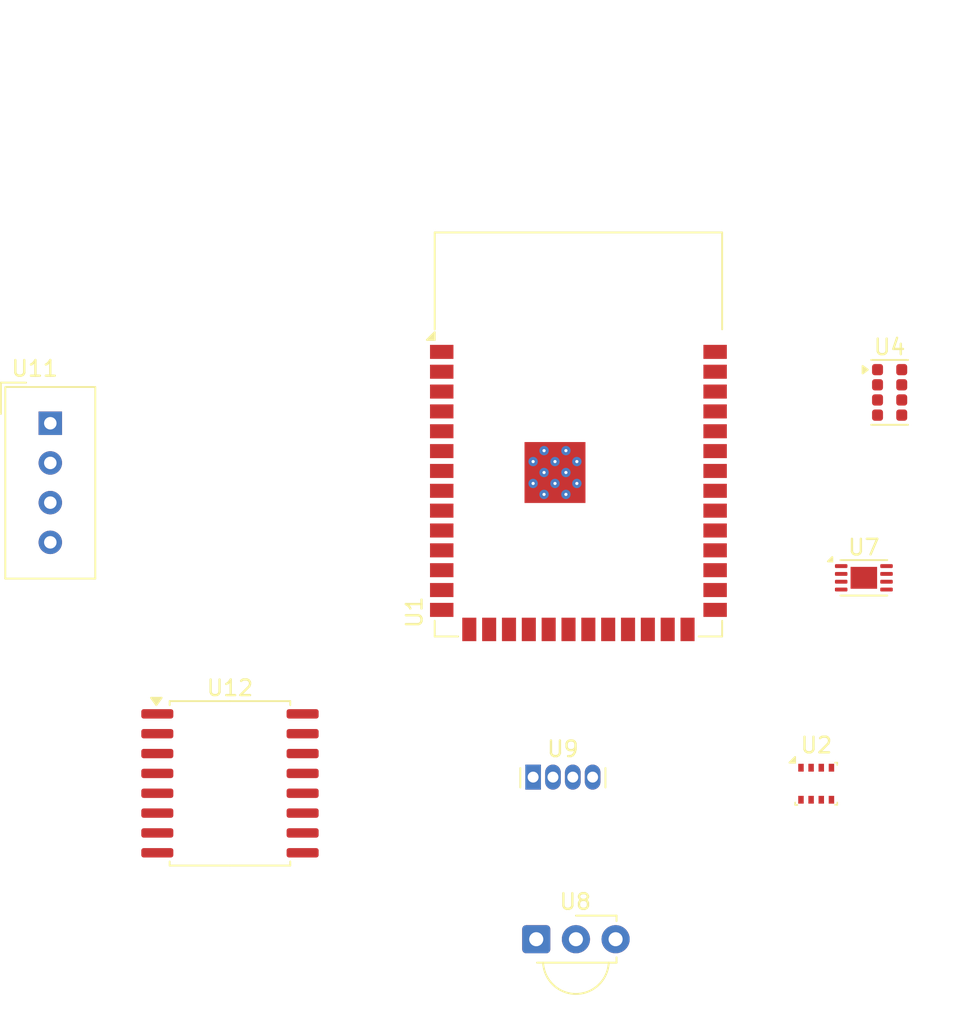
<source format=kicad_pcb>
(kicad_pcb (version 20240108) (generator "pcbnew") (generator_version "8.0")
  (layers (0 "F.Cu" signal) (31 "B.Cu" signal) (34 "B.Paste" user) (35 "F.Paste" user) (36 "B.SilkS" user "B.Silkscreen") (37 "F.SilkS" user "F.Silkscreen") (38 "B.Mask" user) (39 "F.Mask" user) (44 "Edge.Cuts" user))
  (net 0 "")
  (net 2 "Net-(U1-IO10)")
  (net 4 "GND")
  (net 5 "+3V3")
  (net 7 "Net-(U1-IO18)")
  (net 8 "Net-(U1-IO2)")
  (net 9 "Net-(U1-IO5)")
  (net 11 "Net-(U1-IO3)")
  (net 15 "Net-(U1-IO15)")
  (net 18 "Net-(U1-IO12)")
  (net 20 "Net-(U1-IO17)")
  (net 23 "Net-(U1-IO14)")
  (net 24 "Net-(U1-IO4)")
  (net 26 "Net-(U1-IO8)")
  (net 28 "Net-(U1-IO9)")
  (net 29 "Net-(U1-IO16)")
  (net 30 "/SDA")
  (net 32 "Net-(U1-IO11)")
  (net 33 "Net-(U1-IO6)")
  (net 34 "Net-(U1-IO0)")
  (net 36 "Net-(U1-IO1)")
  (net 37 "Net-(U1-IO48)")
  (net 38 "Net-(U1-IO13)")
  (net 39 "+3.3V")
  (footprint "Package_LGA:Bosch_LGA-8_2.5x2.5mm_P0.65mm_ClockwisePinNumbering" (layer "F.Cu") (at 161.025 97.525)
    (property "Reference" "U2" (at 0.015 -2.465 0) (layer "F.SilkS"))
    (property "Value" "BME280")
    (fp_line (start -1.35 1.35) (end -1.35 1.2) (stroke (width 0.1)) (layer "F.SilkS"))
    (fp_line (start -1.35 1.36) (end -1.2 1.36) (stroke (width 0.1)) (layer "F.SilkS"))
    (fp_line (start 1.2 -1.35) (end 1.35 -1.35) (stroke (width 0.1)) (layer "F.SilkS"))
    (fp_line (start 1.35 -1.35) (end 1.35 -1.2) (stroke (width 0.1)) (layer "F.SilkS"))
    (fp_line (start 1.35 1.35) (end 1.2 1.35) (stroke (width 0.1)) (layer "F.SilkS"))
    (fp_line (start 1.35 1.35) (end 1.35 1.2) (stroke (width 0.1)) (layer "F.SilkS"))
    (fp_poly (pts (xy -1.35 -1.35) (xy -1.71 -1.35) (xy -1.35 -1.71) (xy -1.35 -1.35)) (stroke (width 0.12)) (fill solid) (layer "F.SilkS"))
    (pad "1" smd rect (at -0.975 -1.025 90) (size 0.5 0.35) (layers "F.Cu" "F.Paste" "F.Mask") (net 4 "GND"))
    (pad "2" smd rect (at -0.325 -1.025 90) (size 0.5 0.35) (layers "F.Cu" "F.Paste" "F.Mask") (net 39 "+3.3V"))
    (pad "3" smd rect (at 0.325 -1.025 90) (size 0.5 0.35) (layers "F.Cu" "F.Paste" "F.Mask") (net 26 "Net-(U1-IO8)"))
    (pad "4" smd rect (at 0.975 -1.025 90) (size 0.5 0.35) (layers "F.Cu" "F.Paste" "F.Mask") (net 28 "Net-(U1-IO9)"))
    (pad "5" smd rect (at 0.975 1.025 90) (size 0.5 0.35) (layers "F.Cu" "F.Paste" "F.Mask") (net 4 "GND"))
    (pad "6" smd rect (at 0.325 1.025 90) (size 0.5 0.35) (layers "F.Cu" "F.Paste" "F.Mask"))
    (pad "7" smd rect (at -0.325 1.025 90) (size 0.5 0.35) (layers "F.Cu" "F.Paste" "F.Mask") (net 4 "GND"))
    (pad "8" smd rect (at -0.975 1.025 90) (size 0.5 0.35) (layers "F.Cu" "F.Paste" "F.Mask") (net 39 "+3.3V"))
  )
  (footprint "Package_DFN_QFN:DFN-8-1EP_3x2mm_P0.5mm_EP1.7x1.4mm" (layer "F.Cu") (at 164.075 84.35)
    (property "Reference" "U7" (at 0 -1.95 0) (layer "F.SilkS"))
    (property "Value" "MCP73831-2-MC")
    (fp_line (start -1.5 -1.135) (end 1.5 -1.135) (stroke (width 0.12)) (layer "F.SilkS"))
    (fp_line (start -1.5 1.135) (end 1.5 1.135) (stroke (width 0.12)) (layer "F.SilkS"))
    (fp_poly (pts (xy -2.02 -1.05) (xy -2.3 -1.05) (xy -2.02 -1.33) (xy -2.02 -1.05)) (stroke (width 0.12)) (fill solid) (layer "F.SilkS"))
    (pad "1" smd roundrect (at -1.45 -0.75) (size 0.8 0.25) (layers "F.Cu" "F.Paste" "F.Mask") (net 5 "+3V3"))
    (pad "2" smd roundrect (at -1.45 -0.25) (size 0.8 0.25) (layers "F.Cu" "F.Paste" "F.Mask") (net 5 "+3V3"))
    (pad "3" smd roundrect (at -1.45 0.25) (size 0.8 0.25) (layers "F.Cu" "F.Paste" "F.Mask"))
    (pad "4" smd roundrect (at -1.45 0.75) (size 0.8 0.25) (layers "F.Cu" "F.Paste" "F.Mask"))
    (pad "5" smd roundrect (at 1.45 0.75) (size 0.8 0.25) (layers "F.Cu" "F.Paste" "F.Mask") (net 4 "GND"))
    (pad "6" smd roundrect (at 1.45 0.25) (size 0.8 0.25) (layers "F.Cu" "F.Paste" "F.Mask") (net 4 "GND"))
    (pad "7" smd roundrect (at 1.45 -0.25) (size 0.8 0.25) (layers "F.Cu" "F.Paste" "F.Mask"))
    (pad "8" smd roundrect (at 1.45 -0.75) (size 0.8 0.25) (layers "F.Cu" "F.Paste" "F.Mask") (net 4 "GND"))
    (pad "9" smd rect (at 0 0) (size 1.7 1.4) (property pad_prop_heatsink) (layers "F.Cu" "F.Mask"))
  )
  (footprint "Package_SO:SOIC-16W_7.5x10.3mm_P1.27mm" (layer "F.Cu") (at 123.5 97.5)
    (property "Reference" "U12" (at 0 -6.1 0) (layer "F.SilkS"))
    (property "Value" "DS3231M")
    (fp_line (start -3.86 -5.26) (end -3.86 -5.005) (stroke (width 0.12)) (layer "F.SilkS"))
    (fp_line (start -3.86 5.26) (end -3.86 5.005) (stroke (width 0.12)) (layer "F.SilkS"))
    (fp_line (start 0 -5.26) (end -3.86 -5.26) (stroke (width 0.12)) (layer "F.SilkS"))
    (fp_line (start 0 -5.26) (end 3.86 -5.26) (stroke (width 0.12)) (layer "F.SilkS"))
    (fp_line (start 0 5.26) (end -3.86 5.26) (stroke (width 0.12)) (layer "F.SilkS"))
    (fp_line (start 0 5.26) (end 3.86 5.26) (stroke (width 0.12)) (layer "F.SilkS"))
    (fp_line (start 3.86 -5.26) (end 3.86 -5.005) (stroke (width 0.12)) (layer "F.SilkS"))
    (fp_line (start 3.86 5.26) (end 3.86 5.005) (stroke (width 0.12)) (layer "F.SilkS"))
    (fp_poly (pts (xy -4.7125 -5.005) (xy -5.0525 -5.475) (xy -4.3725 -5.475) (xy -4.7125 -5.005)) (stroke (width 0.12)) (fill solid) (layer "F.SilkS"))
    (pad "1" smd roundrect (at -4.65 -4.445) (size 2.05 0.6) (layers "F.Cu" "F.Paste" "F.Mask"))
    (pad "2" smd roundrect (at -4.65 -3.175) (size 2.05 0.6) (layers "F.Cu" "F.Paste" "F.Mask") (net 39 "+3.3V"))
    (pad "3" smd roundrect (at -4.65 -1.905) (size 2.05 0.6) (layers "F.Cu" "F.Paste" "F.Mask"))
    (pad "4" smd roundrect (at -4.65 -0.635) (size 2.05 0.6) (layers "F.Cu" "F.Paste" "F.Mask"))
    (pad "5" smd roundrect (at -4.65 0.635) (size 2.05 0.6) (layers "F.Cu" "F.Paste" "F.Mask") (net 4 "GND"))
    (pad "6" smd roundrect (at -4.65 1.905) (size 2.05 0.6) (layers "F.Cu" "F.Paste" "F.Mask") (net 4 "GND"))
    (pad "7" smd roundrect (at -4.65 3.175) (size 2.05 0.6) (layers "F.Cu" "F.Paste" "F.Mask") (net 4 "GND"))
    (pad "8" smd roundrect (at -4.65 4.445) (size 2.05 0.6) (layers "F.Cu" "F.Paste" "F.Mask") (net 4 "GND"))
    (pad "9" smd roundrect (at 4.65 4.445) (size 2.05 0.6) (layers "F.Cu" "F.Paste" "F.Mask") (net 4 "GND"))
    (pad "10" smd roundrect (at 4.65 3.175) (size 2.05 0.6) (layers "F.Cu" "F.Paste" "F.Mask") (net 4 "GND"))
    (pad "11" smd roundrect (at 4.65 1.905) (size 2.05 0.6) (layers "F.Cu" "F.Paste" "F.Mask") (net 4 "GND"))
    (pad "12" smd roundrect (at 4.65 0.635) (size 2.05 0.6) (layers "F.Cu" "F.Paste" "F.Mask") (net 4 "GND"))
    (pad "13" smd roundrect (at 4.65 -0.635) (size 2.05 0.6) (layers "F.Cu" "F.Paste" "F.Mask") (net 4 "GND"))
    (pad "14" smd roundrect (at 4.65 -1.905) (size 2.05 0.6) (layers "F.Cu" "F.Paste" "F.Mask"))
    (pad "15" smd roundrect (at 4.65 -3.175) (size 2.05 0.6) (layers "F.Cu" "F.Paste" "F.Mask") (net 7 "Net-(U1-IO18)"))
    (pad "16" smd roundrect (at 4.65 -4.445) (size 2.05 0.6) (layers "F.Cu" "F.Paste" "F.Mask") (net 20 "Net-(U1-IO17)"))
  )
  (footprint "RF_Module:ESP32-S3-WROOM-1" (layer "F.Cu") (at 145.805 75.1525)
    (property "Reference" "U1" (at -10.5 11.4 90) (layer "F.SilkS"))
    (property "Value" "ESP32-S3-WROOM-1")
    (fp_line (start -9.2 -12.9) (end -9.2 -6.7) (stroke (width 0.12)) (layer "F.SilkS"))
    (fp_line (start -9.2 -12.9) (end 9.2 -12.9) (stroke (width 0.12)) (layer "F.SilkS"))
    (fp_line (start -9.2 11.95) (end -9.2 12.95) (stroke (width 0.12)) (layer "F.SilkS"))
    (fp_line (start -9.2 12.95) (end -7.7 12.95) (stroke (width 0.12)) (layer "F.SilkS"))
    (fp_line (start 9.2 -12.9) (end 9.2 -6.7) (stroke (width 0.12)) (layer "F.SilkS"))
    (fp_line (start 9.2 12.95) (end 7.7 12.95) (stroke (width 0.12)) (layer "F.SilkS"))
    (fp_line (start 9.2 12.95) (end 9.2 11.95) (stroke (width 0.12)) (layer "F.SilkS"))
    (fp_poly (pts (xy -9.2 -6.025) (xy -9.7 -6.025) (xy -9.2 -6.525) (xy -9.2 -6.025)) (stroke (width 0.12)) (fill solid) (layer "F.SilkS"))
    (pad "1" smd rect (at -8.75 -5.26) (size 1.5 0.9) (layers "F.Cu" "F.Paste" "F.Mask") (net 4 "GND"))
    (pad "2" smd rect (at -8.75 -3.99) (size 1.5 0.9) (layers "F.Cu" "F.Paste" "F.Mask") (net 5 "+3V3"))
    (pad "3" smd rect (at -8.75 -2.72) (size 1.5 0.9) (layers "F.Cu" "F.Paste" "F.Mask"))
    (pad "4" smd rect (at -8.75 -1.45) (size 1.5 0.9) (layers "F.Cu" "F.Paste" "F.Mask") (net 24 "Net-(U1-IO4)"))
    (pad "5" smd rect (at -8.75 -0.18) (size 1.5 0.9) (layers "F.Cu" "F.Paste" "F.Mask") (net 9 "Net-(U1-IO5)"))
    (pad "6" smd rect (at -8.75 1.09) (size 1.5 0.9) (layers "F.Cu" "F.Paste" "F.Mask") (net 33 "Net-(U1-IO6)"))
    (pad "7" smd rect (at -8.75 2.36) (size 1.5 0.9) (layers "F.Cu" "F.Paste" "F.Mask"))
    (pad "8" smd rect (at -8.75 3.63) (size 1.5 0.9) (layers "F.Cu" "F.Paste" "F.Mask") (net 15 "Net-(U1-IO15)"))
    (pad "9" smd rect (at -8.75 4.9) (size 1.5 0.9) (layers "F.Cu" "F.Paste" "F.Mask") (net 29 "Net-(U1-IO16)"))
    (pad "10" smd rect (at -8.75 6.17) (size 1.5 0.9) (layers "F.Cu" "F.Paste" "F.Mask") (net 20 "Net-(U1-IO17)"))
    (pad "11" smd rect (at -8.75 7.44) (size 1.5 0.9) (layers "F.Cu" "F.Paste" "F.Mask") (net 7 "Net-(U1-IO18)"))
    (pad "12" smd rect (at -8.75 8.71) (size 1.5 0.9) (layers "F.Cu" "F.Paste" "F.Mask") (net 26 "Net-(U1-IO8)"))
    (pad "13" smd rect (at -8.75 9.98) (size 1.5 0.9) (layers "F.Cu" "F.Paste" "F.Mask") (net 5 "+3V3"))
    (pad "14" smd rect (at -8.75 11.25 180) (size 1.5 0.9) (layers "F.Cu" "F.Paste" "F.Mask") (net 30 "/SDA"))
    (pad "15" smd rect (at -6.985 12.5 270) (size 1.5 0.9) (layers "F.Cu" "F.Paste" "F.Mask") (net 11 "Net-(U1-IO3)"))
    (pad "16" smd rect (at -5.715 12.5 270) (size 1.5 0.9) (layers "F.Cu" "F.Paste" "F.Mask"))
    (pad "17" smd rect (at -4.445 12.5 270) (size 1.5 0.9) (layers "F.Cu" "F.Paste" "F.Mask") (net 28 "Net-(U1-IO9)"))
    (pad "18" smd rect (at -3.175 12.5 270) (size 1.5 0.9) (layers "F.Cu" "F.Paste" "F.Mask") (net 2 "Net-(U1-IO10)"))
    (pad "19" smd rect (at -1.905 12.5 270) (size 1.5 0.9) (layers "F.Cu" "F.Paste" "F.Mask") (net 32 "Net-(U1-IO11)"))
    (pad "20" smd rect (at -0.635 12.5 270) (size 1.5 0.9) (layers "F.Cu" "F.Paste" "F.Mask") (net 18 "Net-(U1-IO12)"))
    (pad "21" smd rect (at 0.635 12.5 270) (size 1.5 0.9) (layers "F.Cu" "F.Paste" "F.Mask") (net 38 "Net-(U1-IO13)"))
    (pad "22" smd rect (at 1.905 12.5 270) (size 1.5 0.9) (layers "F.Cu" "F.Paste" "F.Mask") (net 23 "Net-(U1-IO14)"))
    (pad "23" smd rect (at 3.175 12.5 270) (size 1.5 0.9) (layers "F.Cu" "F.Paste" "F.Mask"))
    (pad "24" smd rect (at 4.445 12.5 270) (size 1.5 0.9) (layers "F.Cu" "F.Paste" "F.Mask"))
    (pad "25" smd rect (at 5.715 12.5 270) (size 1.5 0.9) (layers "F.Cu" "F.Paste" "F.Mask") (net 37 "Net-(U1-IO48)"))
    (pad "26" smd rect (at 6.985 12.5 270) (size 1.5 0.9) (layers "F.Cu" "F.Paste" "F.Mask"))
    (pad "27" smd rect (at 8.75 11.25) (size 1.5 0.9) (layers "F.Cu" "F.Paste" "F.Mask") (net 34 "Net-(U1-IO0)"))
    (pad "28" smd rect (at 8.75 9.98) (size 1.5 0.9) (layers "F.Cu" "F.Paste" "F.Mask"))
    (pad "29" smd rect (at 8.75 8.71) (size 1.5 0.9) (layers "F.Cu" "F.Paste" "F.Mask"))
    (pad "30" smd rect (at 8.75 7.44) (size 1.5 0.9) (layers "F.Cu" "F.Paste" "F.Mask"))
    (pad "31" smd rect (at 8.75 6.17) (size 1.5 0.9) (layers "F.Cu" "F.Paste" "F.Mask"))
    (pad "32" smd rect (at 8.75 4.9) (size 1.5 0.9) (layers "F.Cu" "F.Paste" "F.Mask"))
    (pad "33" smd rect (at 8.75 3.63) (size 1.5 0.9) (layers "F.Cu" "F.Paste" "F.Mask"))
    (pad "34" smd rect (at 8.75 2.36) (size 1.5 0.9) (layers "F.Cu" "F.Paste" "F.Mask"))
    (pad "35" smd rect (at 8.75 1.09) (size 1.5 0.9) (layers "F.Cu" "F.Paste" "F.Mask"))
    (pad "36" smd rect (at 8.75 -0.18) (size 1.5 0.9) (layers "F.Cu" "F.Paste" "F.Mask"))
    (pad "37" smd rect (at 8.75 -1.45) (size 1.5 0.9) (layers "F.Cu" "F.Paste" "F.Mask"))
    (pad "38" smd rect (at 8.75 -2.72) (size 1.5 0.9) (layers "F.Cu" "F.Paste" "F.Mask") (net 8 "Net-(U1-IO2)"))
    (pad "39" smd rect (at 8.75 -3.99) (size 1.5 0.9) (layers "F.Cu" "F.Paste" "F.Mask") (net 36 "Net-(U1-IO1)"))
    (pad "40" smd rect (at 8.75 -5.26) (size 1.5 0.9) (layers "F.Cu" "F.Paste" "F.Mask") (net 4 "GND"))
    (pad "41" thru_hole circle (at -2.9 1.76 90) (size 0.6 0.6) (drill 0.2) (property pad_prop_heatsink) (layers "*.Cu" "F.Mask") (net 4 "GND"))
    (pad "41" thru_hole circle (at -2.9 3.16) (size 0.6 0.6) (drill 0.2) (property pad_prop_heatsink) (layers "*.Cu" "F.Mask") (net 4 "GND"))
    (pad "41" thru_hole circle (at -2.2 1.06) (size 0.6 0.6) (drill 0.2) (property pad_prop_heatsink) (layers "*.Cu" "F.Mask") (net 4 "GND"))
    (pad "41" thru_hole circle (at -2.2 2.46) (size 0.6 0.6) (drill 0.2) (property pad_prop_heatsink) (layers "*.Cu" "F.Mask") (net 4 "GND"))
    (pad "41" thru_hole circle (at -2.2 3.86) (size 0.6 0.6) (drill 0.2) (property pad_prop_heatsink) (layers "*.Cu" "F.Mask") (net 4 "GND"))
    (pad "41" thru_hole circle (at -1.5 1.76) (size 0.6 0.6) (drill 0.2) (property pad_prop_heatsink) (layers "*.Cu" "F.Mask") (net 4 "GND"))
    (pad "41" smd rect (at -1.5 2.46 270) (size 3.9 3.9) (layers "F.Cu" "F.Mask") (net 4 "GND"))
    (pad "41" thru_hole circle (at -1.5 3.16) (size 0.6 0.6) (drill 0.2) (property pad_prop_heatsink) (layers "*.Cu" "F.Mask") (net 4 "GND"))
    (pad "41" thru_hole circle (at -0.8 1.06) (size 0.6 0.6) (drill 0.2) (property pad_prop_heatsink) (layers "*.Cu" "F.Mask") (net 4 "GND"))
    (pad "41" thru_hole circle (at -0.8 2.46) (size 0.6 0.6) (drill 0.2) (property pad_prop_heatsink) (layers "*.Cu" "F.Mask") (net 4 "GND"))
    (pad "41" thru_hole circle (at -0.8 3.86) (size 0.6 0.6) (drill 0.2) (property pad_prop_heatsink) (layers "*.Cu" "F.Mask") (net 4 "GND"))
    (pad "41" thru_hole circle (at -0.1 1.76) (size 0.6 0.6) (drill 0.2) (property pad_prop_heatsink) (layers "*.Cu" "F.Mask") (net 4 "GND"))
    (pad "41" thru_hole circle (at -0.1 3.16) (size 0.6 0.6) (drill 0.2) (property pad_prop_heatsink) (layers "*.Cu" "F.Mask") (net 4 "GND"))
  )
  (footprint "Sensor:Aosong_DHT11_5.5x12.0_P2.54mm" (layer "F.Cu") (at 112 74.46)
    (property "Reference" "U11" (at -1 -3.5 0) (layer "F.SilkS"))
    (property "Value" "DHT11")
    (fp_line (start -3.16 -2.6) (end -3.16 -0.6) (stroke (width 0.12)) (layer "F.SilkS"))
    (fp_line (start -3.16 -2.6) (end -1.55 -2.6) (stroke (width 0.12)) (layer "F.SilkS"))
    (fp_line (start -2.88 9.94) (end -2.88 -2.31) (stroke (width 0.12)) (layer "F.SilkS"))
    (fp_line (start -2.87 -2.32) (end 2.87 -2.32) (stroke (width 0.12)) (layer "F.SilkS"))
    (fp_line (start 2.88 -2.32) (end 2.88 9.94) (stroke (width 0.12)) (layer "F.SilkS"))
    (fp_line (start 2.88 9.94) (end -2.88 9.94) (stroke (width 0.12)) (layer "F.SilkS"))
    (pad "1" thru_hole rect (at 0 0) (size 1.5 1.5) (drill 0.8) (layers "*.Cu" "*.Mask") (net 39 "+3.3V"))
    (pad "2" thru_hole circle (at 0 2.54) (size 1.5 1.5) (drill 0.8) (layers "*.Cu" "*.Mask") (net 15 "Net-(U1-IO15)"))
    (pad "3" thru_hole circle (at 0 5.08) (size 1.5 1.5) (drill 0.8) (layers "*.Cu" "*.Mask"))
    (pad "4" thru_hole circle (at 0 7.62) (size 1.5 1.5) (drill 0.8) (layers "*.Cu" "*.Mask") (net 4 "GND"))
  )
  (footprint "OptoDevice:Vishay_MINICAST-3Pin" (layer "F.Cu") (at 143.105 107.475)
    (property "Reference" "U8" (at 2.5 -2.4 180) (layer "F.SilkS"))
    (property "Value" "TSSP58038")
    (fp_line (start 5.14 -1.51) (end 2.54 -1.51) (stroke (width 0.12)) (layer "F.SilkS"))
    (fp_line (start 5.14 -1.16) (end 5.14 -1.51) (stroke (width 0.12)) (layer "F.SilkS"))
    (fp_line (start 5.14 1.16) (end 5.14 1.5) (stroke (width 0.12)) (layer "F.SilkS"))
    (fp_line (start 5.14 1.5) (end 0.05 1.5) (stroke (width 0.12)) (layer "F.SilkS"))
    (fp_arc (start 4.64 1.5) (mid 2.540869 3.502379) (end 0.440083 1.501736) (stroke (width 0.12)) (layer "F.SilkS"))
    (pad "1" thru_hole roundrect (at 0 0) (size 1.8 1.8) (drill 0.9) (layers "*.Cu" "*.Mask") (roundrect_rratio 0.139) (net 32 "Net-(U1-IO11)"))
    (pad "2" thru_hole circle (at 2.54 0) (size 1.8 1.8) (drill 0.9) (layers "*.Cu" "*.Mask") (net 4 "GND"))
    (pad "3" thru_hole circle (at 5.08 0) (size 1.8 1.8) (drill 0.9) (layers "*.Cu" "*.Mask") (net 5 "+3V3"))
  )
  (footprint "Sensor_Current:Allegro_SIP-4" (layer "F.Cu") (at 142.905 97.1025)
    (property "Reference" "U9" (at 1.905 -1.8 0) (layer "F.SilkS"))
    (property "Value" "A1363xKTTN-1")
    (fp_line (start -0.82 0.66) (end -0.82 -0.58) (stroke (width 0.12)) (layer "F.SilkS"))
    (fp_line (start 4.63 -0.58) (end 4.63 0.66) (stroke (width 0.12)) (layer "F.SilkS"))
    (pad "1" thru_hole rect (at 0 0) (size 1 1.6) (drill 0.7) (layers "*.Cu" "*.Mask") (net 5 "+3V3"))
    (pad "2" thru_hole oval (at 1.27 0) (size 1 1.6) (drill 0.7) (layers "*.Cu" "*.Mask") (net 24 "Net-(U1-IO4)"))
    (pad "3" thru_hole oval (at 2.54 0) (size 1 1.6) (drill 0.7) (layers "*.Cu" "*.Mask"))
    (pad "4" thru_hole oval (at 3.81 0) (size 1 1.6) (drill 0.7) (layers "*.Cu" "*.Mask") (net 4 "GND"))
  )
  (footprint "Sensor:Rohm_RPR-0521RS" (layer "F.Cu") (at 165.725 72.485)
    (property "Reference" "U4" (at 0 -2.9 0) (layer "F.SilkS"))
    (property "Value" "RPR-0521RS")
    (fp_line (start -1.18 -2.075) (end 1.18 -2.075) (stroke (width 0.12)) (layer "F.SilkS"))
    (fp_line (start -1.18 2.075) (end 1.18 2.075) (stroke (width 0.12)) (layer "F.SilkS"))
    (fp_poly (pts (xy -1.4 -1.45) (xy -1.73 -1.21) (xy -1.73 -1.69) (xy -1.4 -1.45)) (stroke (width 0.12)) (fill solid) (layer "F.SilkS"))
    (pad "1" smd roundrect (at -0.775 -1.455 270) (size 0.72 0.7) (layers "F.Cu" "F.Paste" "F.Mask") (net 39 "+3.3V"))
    (pad "2" smd roundrect (at -0.775 -0.485 270) (size 0.72 0.7) (layers "F.Cu" "F.Paste" "F.Mask") (net 38 "Net-(U1-IO13)"))
    (pad "3" smd roundrect (at -0.775 0.485 270) (size 0.72 0.7) (layers "F.Cu" "F.Paste" "F.Mask") (net 4 "GND"))
    (pad "4" smd roundrect (at -0.775 1.455 270) (size 0.72 0.7) (layers "F.Cu" "F.Paste" "F.Mask") (net 39 "+3.3V"))
    (pad "5" smd roundrect (at 0.775 1.455 270) (size 0.72 0.7) (layers "F.Cu" "F.Paste" "F.Mask") (net 4 "GND"))
    (pad "6" smd roundrect (at 0.775 0.485 270) (size 0.72 0.7) (layers "F.Cu" "F.Paste" "F.Mask"))
    (pad "7" smd roundrect (at 0.775 -0.485 270) (size 0.72 0.7) (layers "F.Cu" "F.Paste" "F.Mask"))
    (pad "8" smd roundrect (at 0.775 -1.455 270) (size 0.72 0.7) (layers "F.Cu" "F.Paste" "F.Mask") (net 23 "Net-(U1-IO14)"))
  )
)
</source>
